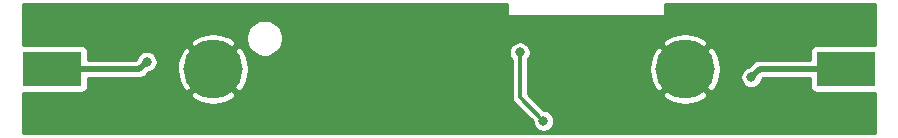
<source format=gbl>
%TF.GenerationSoftware,KiCad,Pcbnew,(5.1.10-1-10_14)*%
%TF.CreationDate,2022-10-05T19:31:58+02:00*%
%TF.ProjectId,MTX2959,4d545832-3935-4392-9e6b-696361645f70,1.0*%
%TF.SameCoordinates,Original*%
%TF.FileFunction,Copper,L2,Bot*%
%TF.FilePolarity,Positive*%
%FSLAX46Y46*%
G04 Gerber Fmt 4.6, Leading zero omitted, Abs format (unit mm)*
G04 Created by KiCad (PCBNEW (5.1.10-1-10_14)) date 2022-10-05 19:31:58*
%MOMM*%
%LPD*%
G01*
G04 APERTURE LIST*
%TA.AperFunction,SMDPad,CuDef*%
%ADD10R,5.000000X3.000000*%
%TD*%
%TA.AperFunction,ComponentPad*%
%ADD11C,5.000000*%
%TD*%
%TA.AperFunction,ViaPad*%
%ADD12C,0.800000*%
%TD*%
%TA.AperFunction,Conductor*%
%ADD13C,0.300000*%
%TD*%
%TA.AperFunction,Conductor*%
%ADD14C,0.500000*%
%TD*%
%TA.AperFunction,Conductor*%
%ADD15C,0.250000*%
%TD*%
%TA.AperFunction,Conductor*%
%ADD16C,0.150000*%
%TD*%
G04 APERTURE END LIST*
D10*
%TO.P,J31,1*%
%TO.N,Net-(J31-Pad1)*%
X145600000Y-86000000D03*
%TD*%
%TO.P,J41,1*%
%TO.N,Net-(J41-Pad1)*%
X78400000Y-86000000D03*
%TD*%
D11*
%TO.P,H1,1*%
%TO.N,G2*%
X132000000Y-86000000D03*
%TD*%
%TO.P,H2,1*%
%TO.N,G2*%
X92000000Y-86000000D03*
%TD*%
D12*
%TO.N,G2*%
X94100000Y-86000000D03*
X89900000Y-86000000D03*
X129900000Y-86000000D03*
X134100000Y-86000000D03*
X122200000Y-82600000D03*
X119200000Y-82600000D03*
X82000000Y-84800000D03*
X141800000Y-84800000D03*
%TO.N,LV*%
X118000000Y-84599999D03*
X120000002Y-90400000D03*
%TO.N,Net-(J31-Pad1)*%
X137600000Y-86700000D03*
%TO.N,Net-(J41-Pad1)*%
X86400000Y-85400000D03*
%TD*%
D13*
%TO.N,LV*%
X118000000Y-88399998D02*
X120000002Y-90400000D01*
X118000000Y-84599999D02*
X118000000Y-88399998D01*
D14*
%TO.N,Net-(J31-Pad1)*%
X138300000Y-86000000D02*
X137600000Y-86700000D01*
X145600000Y-86000000D02*
X138300000Y-86000000D01*
%TO.N,Net-(J41-Pad1)*%
X85800000Y-86000000D02*
X86400000Y-85400000D01*
X78400000Y-86000000D02*
X85800000Y-86000000D01*
%TD*%
D15*
%TO.N,G2*%
X116875000Y-81400000D02*
X116877402Y-81424386D01*
X116884515Y-81447835D01*
X116896066Y-81469446D01*
X116911612Y-81488388D01*
X116930554Y-81503934D01*
X116952165Y-81515485D01*
X116975614Y-81522598D01*
X117000000Y-81525000D01*
X118036002Y-81525000D01*
X118092181Y-81542042D01*
X118172982Y-81550000D01*
X118200000Y-81552661D01*
X118227018Y-81550000D01*
X129172982Y-81550000D01*
X129200000Y-81552661D01*
X129227018Y-81550000D01*
X129307819Y-81542042D01*
X129363998Y-81525000D01*
X130200000Y-81525000D01*
X130224386Y-81522598D01*
X130247835Y-81515485D01*
X130269446Y-81503934D01*
X130288388Y-81488388D01*
X130303934Y-81469446D01*
X130315485Y-81447835D01*
X130322598Y-81424386D01*
X130325000Y-81400000D01*
X130325000Y-80550000D01*
X148075000Y-80550000D01*
X148075000Y-83972460D01*
X143100000Y-83972460D01*
X142997082Y-83982597D01*
X142898119Y-84012617D01*
X142806914Y-84061367D01*
X142726973Y-84126973D01*
X142661367Y-84206914D01*
X142612617Y-84298119D01*
X142582597Y-84397082D01*
X142572460Y-84500000D01*
X142572460Y-85225000D01*
X138338062Y-85225000D01*
X138299999Y-85221251D01*
X138261936Y-85225000D01*
X138261935Y-85225000D01*
X138148074Y-85236214D01*
X138001986Y-85280530D01*
X137867350Y-85352494D01*
X137749341Y-85449341D01*
X137725076Y-85478908D01*
X137409143Y-85794842D01*
X137330187Y-85810547D01*
X137161848Y-85880275D01*
X137010347Y-85981505D01*
X136881505Y-86110347D01*
X136780275Y-86261848D01*
X136710547Y-86430187D01*
X136675000Y-86608895D01*
X136675000Y-86791105D01*
X136710547Y-86969813D01*
X136780275Y-87138152D01*
X136881505Y-87289653D01*
X137010347Y-87418495D01*
X137161848Y-87519725D01*
X137330187Y-87589453D01*
X137508895Y-87625000D01*
X137691105Y-87625000D01*
X137869813Y-87589453D01*
X138038152Y-87519725D01*
X138189653Y-87418495D01*
X138318495Y-87289653D01*
X138419725Y-87138152D01*
X138489453Y-86969813D01*
X138505158Y-86890857D01*
X138621015Y-86775000D01*
X142572460Y-86775000D01*
X142572460Y-87500000D01*
X142582597Y-87602918D01*
X142612617Y-87701881D01*
X142661367Y-87793086D01*
X142726973Y-87873027D01*
X142806914Y-87938633D01*
X142898119Y-87987383D01*
X142997082Y-88017403D01*
X143100000Y-88027540D01*
X148075000Y-88027540D01*
X148075000Y-91450000D01*
X75925000Y-91450000D01*
X75925000Y-88143029D01*
X90033748Y-88143029D01*
X90315985Y-88530511D01*
X90842021Y-88810423D01*
X91412557Y-88982332D01*
X92005668Y-89039631D01*
X92598562Y-88980120D01*
X93168453Y-88806084D01*
X93684015Y-88530511D01*
X93966252Y-88143029D01*
X92000000Y-86176777D01*
X90033748Y-88143029D01*
X75925000Y-88143029D01*
X75925000Y-88027540D01*
X80900000Y-88027540D01*
X81002918Y-88017403D01*
X81101881Y-87987383D01*
X81193086Y-87938633D01*
X81273027Y-87873027D01*
X81338633Y-87793086D01*
X81387383Y-87701881D01*
X81417403Y-87602918D01*
X81427540Y-87500000D01*
X81427540Y-86775000D01*
X85761937Y-86775000D01*
X85800000Y-86778749D01*
X85838063Y-86775000D01*
X85838065Y-86775000D01*
X85951926Y-86763786D01*
X86098014Y-86719470D01*
X86232650Y-86647506D01*
X86350659Y-86550659D01*
X86374932Y-86521082D01*
X86590856Y-86305158D01*
X86669813Y-86289453D01*
X86838152Y-86219725D01*
X86989653Y-86118495D01*
X87102480Y-86005668D01*
X88960369Y-86005668D01*
X89019880Y-86598562D01*
X89193916Y-87168453D01*
X89469489Y-87684015D01*
X89856971Y-87966252D01*
X91823223Y-86000000D01*
X92176777Y-86000000D01*
X94143029Y-87966252D01*
X94530511Y-87684015D01*
X94810423Y-87157979D01*
X94982332Y-86587443D01*
X95039631Y-85994332D01*
X94980120Y-85401438D01*
X94806084Y-84831547D01*
X94530511Y-84315985D01*
X94143029Y-84033748D01*
X92176777Y-86000000D01*
X91823223Y-86000000D01*
X89856971Y-84033748D01*
X89469489Y-84315985D01*
X89189577Y-84842021D01*
X89017668Y-85412557D01*
X88960369Y-86005668D01*
X87102480Y-86005668D01*
X87118495Y-85989653D01*
X87219725Y-85838152D01*
X87289453Y-85669813D01*
X87325000Y-85491105D01*
X87325000Y-85308895D01*
X87289453Y-85130187D01*
X87219725Y-84961848D01*
X87118495Y-84810347D01*
X86989653Y-84681505D01*
X86838152Y-84580275D01*
X86669813Y-84510547D01*
X86491105Y-84475000D01*
X86308895Y-84475000D01*
X86130187Y-84510547D01*
X85961848Y-84580275D01*
X85810347Y-84681505D01*
X85681505Y-84810347D01*
X85580275Y-84961848D01*
X85510547Y-85130187D01*
X85494842Y-85209144D01*
X85478986Y-85225000D01*
X81427540Y-85225000D01*
X81427540Y-84500000D01*
X81417403Y-84397082D01*
X81387383Y-84298119D01*
X81338633Y-84206914D01*
X81273027Y-84126973D01*
X81193086Y-84061367D01*
X81101881Y-84012617D01*
X81002918Y-83982597D01*
X80900000Y-83972460D01*
X75925000Y-83972460D01*
X75925000Y-83856971D01*
X90033748Y-83856971D01*
X92000000Y-85823223D01*
X93966252Y-83856971D01*
X93684015Y-83469489D01*
X93264227Y-83246113D01*
X94837560Y-83246113D01*
X94837560Y-83553887D01*
X94897604Y-83855747D01*
X95015384Y-84140093D01*
X95186374Y-84395997D01*
X95404003Y-84613626D01*
X95659907Y-84784616D01*
X95944253Y-84902396D01*
X96246113Y-84962440D01*
X96553887Y-84962440D01*
X96855747Y-84902396D01*
X97140093Y-84784616D01*
X97395997Y-84613626D01*
X97500729Y-84508894D01*
X117075000Y-84508894D01*
X117075000Y-84691104D01*
X117110547Y-84869812D01*
X117180275Y-85038151D01*
X117281505Y-85189652D01*
X117325000Y-85233147D01*
X117325001Y-88366836D01*
X117321735Y-88399998D01*
X117334767Y-88532321D01*
X117373365Y-88659559D01*
X117436043Y-88776822D01*
X117499256Y-88853848D01*
X117499264Y-88853856D01*
X117520395Y-88879604D01*
X117546143Y-88900735D01*
X119075002Y-90429595D01*
X119075002Y-90491105D01*
X119110549Y-90669813D01*
X119180277Y-90838152D01*
X119281507Y-90989653D01*
X119410349Y-91118495D01*
X119561850Y-91219725D01*
X119730189Y-91289453D01*
X119908897Y-91325000D01*
X120091107Y-91325000D01*
X120269815Y-91289453D01*
X120438154Y-91219725D01*
X120589655Y-91118495D01*
X120718497Y-90989653D01*
X120819727Y-90838152D01*
X120889455Y-90669813D01*
X120925002Y-90491105D01*
X120925002Y-90308895D01*
X120889455Y-90130187D01*
X120819727Y-89961848D01*
X120718497Y-89810347D01*
X120589655Y-89681505D01*
X120438154Y-89580275D01*
X120269815Y-89510547D01*
X120091107Y-89475000D01*
X120029597Y-89475000D01*
X118697626Y-88143029D01*
X130033748Y-88143029D01*
X130315985Y-88530511D01*
X130842021Y-88810423D01*
X131412557Y-88982332D01*
X132005668Y-89039631D01*
X132598562Y-88980120D01*
X133168453Y-88806084D01*
X133684015Y-88530511D01*
X133966252Y-88143029D01*
X132000000Y-86176777D01*
X130033748Y-88143029D01*
X118697626Y-88143029D01*
X118675000Y-88120404D01*
X118675000Y-86005668D01*
X128960369Y-86005668D01*
X129019880Y-86598562D01*
X129193916Y-87168453D01*
X129469489Y-87684015D01*
X129856971Y-87966252D01*
X131823223Y-86000000D01*
X132176777Y-86000000D01*
X134143029Y-87966252D01*
X134530511Y-87684015D01*
X134810423Y-87157979D01*
X134982332Y-86587443D01*
X135039631Y-85994332D01*
X134980120Y-85401438D01*
X134806084Y-84831547D01*
X134530511Y-84315985D01*
X134143029Y-84033748D01*
X132176777Y-86000000D01*
X131823223Y-86000000D01*
X129856971Y-84033748D01*
X129469489Y-84315985D01*
X129189577Y-84842021D01*
X129017668Y-85412557D01*
X128960369Y-86005668D01*
X118675000Y-86005668D01*
X118675000Y-85233147D01*
X118718495Y-85189652D01*
X118819725Y-85038151D01*
X118889453Y-84869812D01*
X118925000Y-84691104D01*
X118925000Y-84508894D01*
X118889453Y-84330186D01*
X118819725Y-84161847D01*
X118718495Y-84010346D01*
X118589653Y-83881504D01*
X118552937Y-83856971D01*
X130033748Y-83856971D01*
X132000000Y-85823223D01*
X133966252Y-83856971D01*
X133684015Y-83469489D01*
X133157979Y-83189577D01*
X132587443Y-83017668D01*
X131994332Y-82960369D01*
X131401438Y-83019880D01*
X130831547Y-83193916D01*
X130315985Y-83469489D01*
X130033748Y-83856971D01*
X118552937Y-83856971D01*
X118438152Y-83780274D01*
X118269813Y-83710546D01*
X118091105Y-83674999D01*
X117908895Y-83674999D01*
X117730187Y-83710546D01*
X117561848Y-83780274D01*
X117410347Y-83881504D01*
X117281505Y-84010346D01*
X117180275Y-84161847D01*
X117110547Y-84330186D01*
X117075000Y-84508894D01*
X97500729Y-84508894D01*
X97613626Y-84395997D01*
X97784616Y-84140093D01*
X97902396Y-83855747D01*
X97962440Y-83553887D01*
X97962440Y-83246113D01*
X97902396Y-82944253D01*
X97784616Y-82659907D01*
X97613626Y-82404003D01*
X97395997Y-82186374D01*
X97140093Y-82015384D01*
X96855747Y-81897604D01*
X96553887Y-81837560D01*
X96246113Y-81837560D01*
X95944253Y-81897604D01*
X95659907Y-82015384D01*
X95404003Y-82186374D01*
X95186374Y-82404003D01*
X95015384Y-82659907D01*
X94897604Y-82944253D01*
X94837560Y-83246113D01*
X93264227Y-83246113D01*
X93157979Y-83189577D01*
X92587443Y-83017668D01*
X91994332Y-82960369D01*
X91401438Y-83019880D01*
X90831547Y-83193916D01*
X90315985Y-83469489D01*
X90033748Y-83856971D01*
X75925000Y-83856971D01*
X75925000Y-80550000D01*
X116875000Y-80550000D01*
X116875000Y-81400000D01*
%TA.AperFunction,Conductor*%
D16*
G36*
X116875000Y-81400000D02*
G01*
X116877402Y-81424386D01*
X116884515Y-81447835D01*
X116896066Y-81469446D01*
X116911612Y-81488388D01*
X116930554Y-81503934D01*
X116952165Y-81515485D01*
X116975614Y-81522598D01*
X117000000Y-81525000D01*
X118036002Y-81525000D01*
X118092181Y-81542042D01*
X118172982Y-81550000D01*
X118200000Y-81552661D01*
X118227018Y-81550000D01*
X129172982Y-81550000D01*
X129200000Y-81552661D01*
X129227018Y-81550000D01*
X129307819Y-81542042D01*
X129363998Y-81525000D01*
X130200000Y-81525000D01*
X130224386Y-81522598D01*
X130247835Y-81515485D01*
X130269446Y-81503934D01*
X130288388Y-81488388D01*
X130303934Y-81469446D01*
X130315485Y-81447835D01*
X130322598Y-81424386D01*
X130325000Y-81400000D01*
X130325000Y-80550000D01*
X148075000Y-80550000D01*
X148075000Y-83972460D01*
X143100000Y-83972460D01*
X142997082Y-83982597D01*
X142898119Y-84012617D01*
X142806914Y-84061367D01*
X142726973Y-84126973D01*
X142661367Y-84206914D01*
X142612617Y-84298119D01*
X142582597Y-84397082D01*
X142572460Y-84500000D01*
X142572460Y-85225000D01*
X138338062Y-85225000D01*
X138299999Y-85221251D01*
X138261936Y-85225000D01*
X138261935Y-85225000D01*
X138148074Y-85236214D01*
X138001986Y-85280530D01*
X137867350Y-85352494D01*
X137749341Y-85449341D01*
X137725076Y-85478908D01*
X137409143Y-85794842D01*
X137330187Y-85810547D01*
X137161848Y-85880275D01*
X137010347Y-85981505D01*
X136881505Y-86110347D01*
X136780275Y-86261848D01*
X136710547Y-86430187D01*
X136675000Y-86608895D01*
X136675000Y-86791105D01*
X136710547Y-86969813D01*
X136780275Y-87138152D01*
X136881505Y-87289653D01*
X137010347Y-87418495D01*
X137161848Y-87519725D01*
X137330187Y-87589453D01*
X137508895Y-87625000D01*
X137691105Y-87625000D01*
X137869813Y-87589453D01*
X138038152Y-87519725D01*
X138189653Y-87418495D01*
X138318495Y-87289653D01*
X138419725Y-87138152D01*
X138489453Y-86969813D01*
X138505158Y-86890857D01*
X138621015Y-86775000D01*
X142572460Y-86775000D01*
X142572460Y-87500000D01*
X142582597Y-87602918D01*
X142612617Y-87701881D01*
X142661367Y-87793086D01*
X142726973Y-87873027D01*
X142806914Y-87938633D01*
X142898119Y-87987383D01*
X142997082Y-88017403D01*
X143100000Y-88027540D01*
X148075000Y-88027540D01*
X148075000Y-91450000D01*
X75925000Y-91450000D01*
X75925000Y-88143029D01*
X90033748Y-88143029D01*
X90315985Y-88530511D01*
X90842021Y-88810423D01*
X91412557Y-88982332D01*
X92005668Y-89039631D01*
X92598562Y-88980120D01*
X93168453Y-88806084D01*
X93684015Y-88530511D01*
X93966252Y-88143029D01*
X92000000Y-86176777D01*
X90033748Y-88143029D01*
X75925000Y-88143029D01*
X75925000Y-88027540D01*
X80900000Y-88027540D01*
X81002918Y-88017403D01*
X81101881Y-87987383D01*
X81193086Y-87938633D01*
X81273027Y-87873027D01*
X81338633Y-87793086D01*
X81387383Y-87701881D01*
X81417403Y-87602918D01*
X81427540Y-87500000D01*
X81427540Y-86775000D01*
X85761937Y-86775000D01*
X85800000Y-86778749D01*
X85838063Y-86775000D01*
X85838065Y-86775000D01*
X85951926Y-86763786D01*
X86098014Y-86719470D01*
X86232650Y-86647506D01*
X86350659Y-86550659D01*
X86374932Y-86521082D01*
X86590856Y-86305158D01*
X86669813Y-86289453D01*
X86838152Y-86219725D01*
X86989653Y-86118495D01*
X87102480Y-86005668D01*
X88960369Y-86005668D01*
X89019880Y-86598562D01*
X89193916Y-87168453D01*
X89469489Y-87684015D01*
X89856971Y-87966252D01*
X91823223Y-86000000D01*
X92176777Y-86000000D01*
X94143029Y-87966252D01*
X94530511Y-87684015D01*
X94810423Y-87157979D01*
X94982332Y-86587443D01*
X95039631Y-85994332D01*
X94980120Y-85401438D01*
X94806084Y-84831547D01*
X94530511Y-84315985D01*
X94143029Y-84033748D01*
X92176777Y-86000000D01*
X91823223Y-86000000D01*
X89856971Y-84033748D01*
X89469489Y-84315985D01*
X89189577Y-84842021D01*
X89017668Y-85412557D01*
X88960369Y-86005668D01*
X87102480Y-86005668D01*
X87118495Y-85989653D01*
X87219725Y-85838152D01*
X87289453Y-85669813D01*
X87325000Y-85491105D01*
X87325000Y-85308895D01*
X87289453Y-85130187D01*
X87219725Y-84961848D01*
X87118495Y-84810347D01*
X86989653Y-84681505D01*
X86838152Y-84580275D01*
X86669813Y-84510547D01*
X86491105Y-84475000D01*
X86308895Y-84475000D01*
X86130187Y-84510547D01*
X85961848Y-84580275D01*
X85810347Y-84681505D01*
X85681505Y-84810347D01*
X85580275Y-84961848D01*
X85510547Y-85130187D01*
X85494842Y-85209144D01*
X85478986Y-85225000D01*
X81427540Y-85225000D01*
X81427540Y-84500000D01*
X81417403Y-84397082D01*
X81387383Y-84298119D01*
X81338633Y-84206914D01*
X81273027Y-84126973D01*
X81193086Y-84061367D01*
X81101881Y-84012617D01*
X81002918Y-83982597D01*
X80900000Y-83972460D01*
X75925000Y-83972460D01*
X75925000Y-83856971D01*
X90033748Y-83856971D01*
X92000000Y-85823223D01*
X93966252Y-83856971D01*
X93684015Y-83469489D01*
X93264227Y-83246113D01*
X94837560Y-83246113D01*
X94837560Y-83553887D01*
X94897604Y-83855747D01*
X95015384Y-84140093D01*
X95186374Y-84395997D01*
X95404003Y-84613626D01*
X95659907Y-84784616D01*
X95944253Y-84902396D01*
X96246113Y-84962440D01*
X96553887Y-84962440D01*
X96855747Y-84902396D01*
X97140093Y-84784616D01*
X97395997Y-84613626D01*
X97500729Y-84508894D01*
X117075000Y-84508894D01*
X117075000Y-84691104D01*
X117110547Y-84869812D01*
X117180275Y-85038151D01*
X117281505Y-85189652D01*
X117325000Y-85233147D01*
X117325001Y-88366836D01*
X117321735Y-88399998D01*
X117334767Y-88532321D01*
X117373365Y-88659559D01*
X117436043Y-88776822D01*
X117499256Y-88853848D01*
X117499264Y-88853856D01*
X117520395Y-88879604D01*
X117546143Y-88900735D01*
X119075002Y-90429595D01*
X119075002Y-90491105D01*
X119110549Y-90669813D01*
X119180277Y-90838152D01*
X119281507Y-90989653D01*
X119410349Y-91118495D01*
X119561850Y-91219725D01*
X119730189Y-91289453D01*
X119908897Y-91325000D01*
X120091107Y-91325000D01*
X120269815Y-91289453D01*
X120438154Y-91219725D01*
X120589655Y-91118495D01*
X120718497Y-90989653D01*
X120819727Y-90838152D01*
X120889455Y-90669813D01*
X120925002Y-90491105D01*
X120925002Y-90308895D01*
X120889455Y-90130187D01*
X120819727Y-89961848D01*
X120718497Y-89810347D01*
X120589655Y-89681505D01*
X120438154Y-89580275D01*
X120269815Y-89510547D01*
X120091107Y-89475000D01*
X120029597Y-89475000D01*
X118697626Y-88143029D01*
X130033748Y-88143029D01*
X130315985Y-88530511D01*
X130842021Y-88810423D01*
X131412557Y-88982332D01*
X132005668Y-89039631D01*
X132598562Y-88980120D01*
X133168453Y-88806084D01*
X133684015Y-88530511D01*
X133966252Y-88143029D01*
X132000000Y-86176777D01*
X130033748Y-88143029D01*
X118697626Y-88143029D01*
X118675000Y-88120404D01*
X118675000Y-86005668D01*
X128960369Y-86005668D01*
X129019880Y-86598562D01*
X129193916Y-87168453D01*
X129469489Y-87684015D01*
X129856971Y-87966252D01*
X131823223Y-86000000D01*
X132176777Y-86000000D01*
X134143029Y-87966252D01*
X134530511Y-87684015D01*
X134810423Y-87157979D01*
X134982332Y-86587443D01*
X135039631Y-85994332D01*
X134980120Y-85401438D01*
X134806084Y-84831547D01*
X134530511Y-84315985D01*
X134143029Y-84033748D01*
X132176777Y-86000000D01*
X131823223Y-86000000D01*
X129856971Y-84033748D01*
X129469489Y-84315985D01*
X129189577Y-84842021D01*
X129017668Y-85412557D01*
X128960369Y-86005668D01*
X118675000Y-86005668D01*
X118675000Y-85233147D01*
X118718495Y-85189652D01*
X118819725Y-85038151D01*
X118889453Y-84869812D01*
X118925000Y-84691104D01*
X118925000Y-84508894D01*
X118889453Y-84330186D01*
X118819725Y-84161847D01*
X118718495Y-84010346D01*
X118589653Y-83881504D01*
X118552937Y-83856971D01*
X130033748Y-83856971D01*
X132000000Y-85823223D01*
X133966252Y-83856971D01*
X133684015Y-83469489D01*
X133157979Y-83189577D01*
X132587443Y-83017668D01*
X131994332Y-82960369D01*
X131401438Y-83019880D01*
X130831547Y-83193916D01*
X130315985Y-83469489D01*
X130033748Y-83856971D01*
X118552937Y-83856971D01*
X118438152Y-83780274D01*
X118269813Y-83710546D01*
X118091105Y-83674999D01*
X117908895Y-83674999D01*
X117730187Y-83710546D01*
X117561848Y-83780274D01*
X117410347Y-83881504D01*
X117281505Y-84010346D01*
X117180275Y-84161847D01*
X117110547Y-84330186D01*
X117075000Y-84508894D01*
X97500729Y-84508894D01*
X97613626Y-84395997D01*
X97784616Y-84140093D01*
X97902396Y-83855747D01*
X97962440Y-83553887D01*
X97962440Y-83246113D01*
X97902396Y-82944253D01*
X97784616Y-82659907D01*
X97613626Y-82404003D01*
X97395997Y-82186374D01*
X97140093Y-82015384D01*
X96855747Y-81897604D01*
X96553887Y-81837560D01*
X96246113Y-81837560D01*
X95944253Y-81897604D01*
X95659907Y-82015384D01*
X95404003Y-82186374D01*
X95186374Y-82404003D01*
X95015384Y-82659907D01*
X94897604Y-82944253D01*
X94837560Y-83246113D01*
X93264227Y-83246113D01*
X93157979Y-83189577D01*
X92587443Y-83017668D01*
X91994332Y-82960369D01*
X91401438Y-83019880D01*
X90831547Y-83193916D01*
X90315985Y-83469489D01*
X90033748Y-83856971D01*
X75925000Y-83856971D01*
X75925000Y-80550000D01*
X116875000Y-80550000D01*
X116875000Y-81400000D01*
G37*
%TD.AperFunction*%
%TD*%
M02*

</source>
